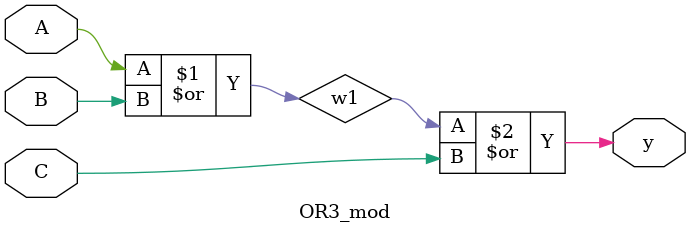
<source format=sv>
/* This module implments a 3-inputs OR Gate that stores the result is stored in y */
module OR3_mod(A, B, C, y);

input logic A, B, C;  //Inputs
output logic y;       //Output y = A | B | C
wire w1;

// 2 2-input or gates are used to find the result of ORing 3 bits
or M1(w1, A, B);
or M2(y, w1, C);

endmodule

</source>
